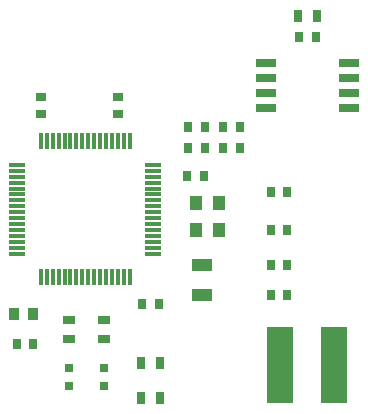
<source format=gbr>
%TF.GenerationSoftware,KiCad,Pcbnew,(6.0.5)*%
%TF.CreationDate,2022-06-03T11:37:49-04:00*%
%TF.ProjectId,pq-cdh,70712d63-6468-42e6-9b69-6361645f7063,V0.1.0*%
%TF.SameCoordinates,Original*%
%TF.FileFunction,Paste,Top*%
%TF.FilePolarity,Positive*%
%FSLAX46Y46*%
G04 Gerber Fmt 4.6, Leading zero omitted, Abs format (unit mm)*
G04 Created by KiCad (PCBNEW (6.0.5)) date 2022-06-03 11:37:49*
%MOMM*%
%LPD*%
G01*
G04 APERTURE LIST*
%ADD10R,0.800000X1.000000*%
%ADD11R,0.940000X0.750000*%
%ADD12R,0.900000X1.000000*%
%ADD13R,0.750000X0.940000*%
%ADD14R,1.475000X0.300000*%
%ADD15R,0.300000X1.475000*%
%ADD16R,1.000000X0.800000*%
%ADD17R,1.800000X1.000000*%
%ADD18R,0.800000X0.800000*%
%ADD19R,1.785000X0.650000*%
%ADD20R,1.100000X1.300000*%
%ADD21R,2.300000X6.400000*%
G04 APERTURE END LIST*
D10*
%TO.C,R5*%
X164000000Y-91600000D03*
X162400000Y-91600000D03*
%TD*%
D11*
%TO.C,C2*%
X140650000Y-99900000D03*
X140650000Y-98500000D03*
%TD*%
D12*
%TO.C,FB1*%
X138400000Y-116900000D03*
X140000000Y-116900000D03*
%TD*%
D13*
%TO.C,C10*%
X160100000Y-106500000D03*
X161500000Y-106500000D03*
%TD*%
D14*
%TO.C,IC1*%
X150138000Y-111750000D03*
X150138000Y-111250000D03*
X150138000Y-110750000D03*
X150138000Y-110250000D03*
X150138000Y-109750000D03*
X150138000Y-109250000D03*
X150138000Y-108750000D03*
X150138000Y-108250000D03*
X150138000Y-107750000D03*
X150138000Y-107250000D03*
X150138000Y-106750000D03*
X150138000Y-106250000D03*
X150138000Y-105750000D03*
X150138000Y-105250000D03*
X150138000Y-104750000D03*
X150138000Y-104250000D03*
D15*
X148150000Y-102262000D03*
X147650000Y-102262000D03*
X147150000Y-102262000D03*
X146650000Y-102262000D03*
X146150000Y-102262000D03*
X145650000Y-102262000D03*
X145150000Y-102262000D03*
X144650000Y-102262000D03*
X144150000Y-102262000D03*
X143650000Y-102262000D03*
X143150000Y-102262000D03*
X142650000Y-102262000D03*
X142150000Y-102262000D03*
X141650000Y-102262000D03*
X141150000Y-102262000D03*
X140650000Y-102262000D03*
D14*
X138662000Y-104250000D03*
X138662000Y-104750000D03*
X138662000Y-105250000D03*
X138662000Y-105750000D03*
X138662000Y-106250000D03*
X138662000Y-106750000D03*
X138662000Y-107250000D03*
X138662000Y-107750000D03*
X138662000Y-108250000D03*
X138662000Y-108750000D03*
X138662000Y-109250000D03*
X138662000Y-109750000D03*
X138662000Y-110250000D03*
X138662000Y-110750000D03*
X138662000Y-111250000D03*
X138662000Y-111750000D03*
D15*
X140650000Y-113738000D03*
X141150000Y-113738000D03*
X141650000Y-113738000D03*
X142150000Y-113738000D03*
X142650000Y-113738000D03*
X143150000Y-113738000D03*
X143650000Y-113738000D03*
X144150000Y-113738000D03*
X144650000Y-113738000D03*
X145150000Y-113738000D03*
X145650000Y-113738000D03*
X146150000Y-113738000D03*
X146650000Y-113738000D03*
X147150000Y-113738000D03*
X147650000Y-113738000D03*
X148150000Y-113738000D03*
%TD*%
D13*
%TO.C,C11*%
X160100000Y-109750000D03*
X161500000Y-109750000D03*
%TD*%
D16*
%TO.C,R2*%
X146000000Y-117400000D03*
X146000000Y-119000000D03*
%TD*%
D11*
%TO.C,C3*%
X147150000Y-99900000D03*
X147150000Y-98500000D03*
%TD*%
D17*
%TO.C,Y2*%
X154300000Y-115275000D03*
X154300000Y-112725000D03*
%TD*%
D13*
%TO.C,C12*%
X160100000Y-112725000D03*
X161500000Y-112725000D03*
%TD*%
D18*
%TO.C,LED1*%
X143000000Y-122950000D03*
X143000000Y-121450000D03*
%TD*%
D10*
%TO.C,R3*%
X149100000Y-121000000D03*
X150700000Y-121000000D03*
%TD*%
D13*
%TO.C,C8*%
X156100000Y-102800000D03*
X157500000Y-102800000D03*
%TD*%
%TO.C,C5*%
X153100000Y-102800000D03*
X154500000Y-102800000D03*
%TD*%
D19*
%TO.C,IC2*%
X159668000Y-95595000D03*
X159668000Y-96865000D03*
X159668000Y-98135000D03*
X159668000Y-99405000D03*
X166732000Y-99405000D03*
X166732000Y-98135000D03*
X166732000Y-96865000D03*
X166732000Y-95595000D03*
%TD*%
D20*
%TO.C,Y1*%
X155700000Y-109750000D03*
X155700000Y-107450000D03*
X153800000Y-107450000D03*
X153800000Y-109750000D03*
%TD*%
D13*
%TO.C,C7*%
X156100000Y-101000000D03*
X157500000Y-101000000D03*
%TD*%
%TO.C,C1*%
X140000000Y-119430000D03*
X138600000Y-119430000D03*
%TD*%
%TO.C,C6*%
X153100000Y-101000000D03*
X154500000Y-101000000D03*
%TD*%
D16*
%TO.C,R1*%
X143000000Y-117400000D03*
X143000000Y-119000000D03*
%TD*%
D10*
%TO.C,R4*%
X150700000Y-124000000D03*
X149100000Y-124000000D03*
%TD*%
D13*
%TO.C,C13*%
X160100000Y-115275000D03*
X161500000Y-115275000D03*
%TD*%
%TO.C,C4*%
X149240000Y-116040000D03*
X150640000Y-116040000D03*
%TD*%
%TO.C,C9*%
X153050000Y-105200000D03*
X154450000Y-105200000D03*
%TD*%
D18*
%TO.C,LED2*%
X146000000Y-122950000D03*
X146000000Y-121450000D03*
%TD*%
D13*
%TO.C,C14*%
X163900000Y-93400000D03*
X162500000Y-93400000D03*
%TD*%
D21*
%TO.C,C15*%
X160900000Y-121200000D03*
X165500000Y-121200000D03*
%TD*%
M02*

</source>
